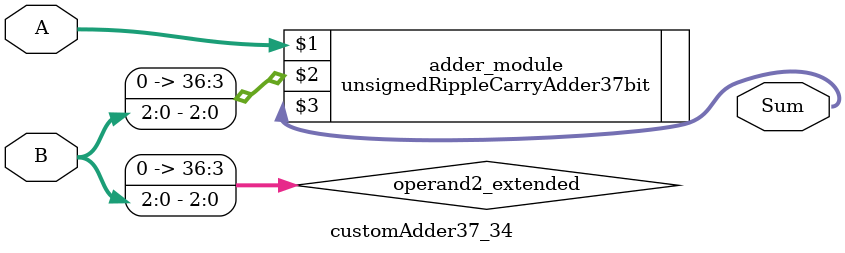
<source format=v>
module customAdder37_34(
                        input [36 : 0] A,
                        input [2 : 0] B,
                        
                        output [37 : 0] Sum
                );

        wire [36 : 0] operand2_extended;
        
        assign operand2_extended =  {34'b0, B};
        
        unsignedRippleCarryAdder37bit adder_module(
            A,
            operand2_extended,
            Sum
        );
        
        endmodule
        
</source>
